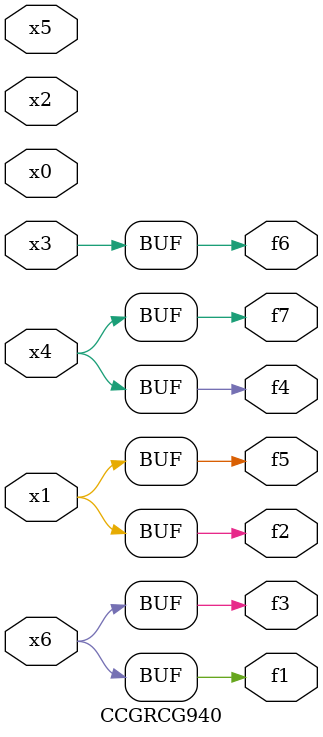
<source format=v>
module CCGRCG940(
	input x0, x1, x2, x3, x4, x5, x6,
	output f1, f2, f3, f4, f5, f6, f7
);
	assign f1 = x6;
	assign f2 = x1;
	assign f3 = x6;
	assign f4 = x4;
	assign f5 = x1;
	assign f6 = x3;
	assign f7 = x4;
endmodule

</source>
